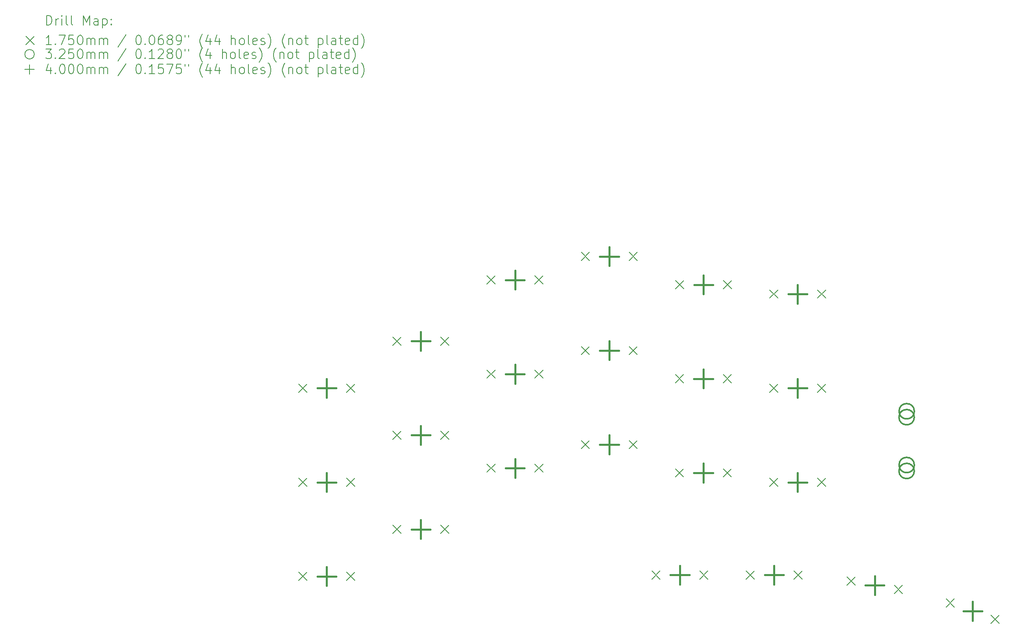
<source format=gbr>
%TF.GenerationSoftware,KiCad,Pcbnew,8.0.3*%
%TF.CreationDate,2024-07-09T08:00:13-07:00*%
%TF.ProjectId,Custom_KB_V1,43757374-6f6d-45f4-9b42-5f56312e6b69,rev?*%
%TF.SameCoordinates,Original*%
%TF.FileFunction,Drillmap*%
%TF.FilePolarity,Positive*%
%FSLAX45Y45*%
G04 Gerber Fmt 4.5, Leading zero omitted, Abs format (unit mm)*
G04 Created by KiCad (PCBNEW 8.0.3) date 2024-07-09 08:00:13*
%MOMM*%
%LPD*%
G01*
G04 APERTURE LIST*
%ADD10C,0.200000*%
%ADD11C,0.175000*%
%ADD12C,0.325000*%
%ADD13C,0.400000*%
G04 APERTURE END LIST*
D10*
D11*
X5612902Y-7944202D02*
X5787902Y-8119202D01*
X5787902Y-7944202D02*
X5612902Y-8119202D01*
X5612902Y-9944203D02*
X5787902Y-10119203D01*
X5787902Y-9944203D02*
X5612902Y-10119203D01*
X5612902Y-11944202D02*
X5787902Y-12119202D01*
X5787902Y-11944202D02*
X5612902Y-12119202D01*
X6628902Y-7944202D02*
X6803902Y-8119202D01*
X6803902Y-7944202D02*
X6628902Y-8119202D01*
X6628902Y-9944203D02*
X6803902Y-10119203D01*
X6803902Y-9944203D02*
X6628902Y-10119203D01*
X6628902Y-11944202D02*
X6803902Y-12119202D01*
X6803902Y-11944202D02*
X6628902Y-12119202D01*
X7612902Y-6944202D02*
X7787902Y-7119202D01*
X7787902Y-6944202D02*
X7612902Y-7119202D01*
X7612902Y-8944203D02*
X7787902Y-9119203D01*
X7787902Y-8944203D02*
X7612902Y-9119203D01*
X7612902Y-10944203D02*
X7787902Y-11119203D01*
X7787902Y-10944203D02*
X7612902Y-11119203D01*
X8628902Y-6944202D02*
X8803902Y-7119202D01*
X8803902Y-6944202D02*
X8628902Y-7119202D01*
X8628902Y-8944203D02*
X8803902Y-9119203D01*
X8803902Y-8944203D02*
X8628902Y-9119203D01*
X8628902Y-10944203D02*
X8803902Y-11119203D01*
X8803902Y-10944203D02*
X8628902Y-11119203D01*
X9612902Y-5644202D02*
X9787902Y-5819202D01*
X9787902Y-5644202D02*
X9612902Y-5819202D01*
X9612902Y-7644202D02*
X9787902Y-7819202D01*
X9787902Y-7644202D02*
X9612902Y-7819202D01*
X9612902Y-9644203D02*
X9787902Y-9819203D01*
X9787902Y-9644203D02*
X9612902Y-9819203D01*
X10628902Y-5644202D02*
X10803902Y-5819202D01*
X10803902Y-5644202D02*
X10628902Y-5819202D01*
X10628902Y-7644202D02*
X10803902Y-7819202D01*
X10803902Y-7644202D02*
X10628902Y-7819202D01*
X10628902Y-9644203D02*
X10803902Y-9819203D01*
X10803902Y-9644203D02*
X10628902Y-9819203D01*
X11612902Y-5144203D02*
X11787902Y-5319203D01*
X11787902Y-5144203D02*
X11612902Y-5319203D01*
X11612902Y-7144202D02*
X11787902Y-7319202D01*
X11787902Y-7144202D02*
X11612902Y-7319202D01*
X11612902Y-9144203D02*
X11787902Y-9319203D01*
X11787902Y-9144203D02*
X11612902Y-9319203D01*
X12628902Y-5144203D02*
X12803902Y-5319203D01*
X12803902Y-5144203D02*
X12628902Y-5319203D01*
X12628902Y-7144202D02*
X12803902Y-7319202D01*
X12803902Y-7144202D02*
X12628902Y-7319202D01*
X12628902Y-9144203D02*
X12803902Y-9319203D01*
X12803902Y-9144203D02*
X12628902Y-9319203D01*
X13112902Y-11916202D02*
X13287902Y-12091202D01*
X13287902Y-11916202D02*
X13112902Y-12091202D01*
X13611376Y-7743651D02*
X13786376Y-7918651D01*
X13786376Y-7743651D02*
X13611376Y-7918651D01*
X13612902Y-9744203D02*
X13787902Y-9919203D01*
X13787902Y-9744203D02*
X13612902Y-9919203D01*
X13614665Y-5744202D02*
X13789665Y-5919202D01*
X13789665Y-5744202D02*
X13614665Y-5919202D01*
X14128902Y-11916202D02*
X14303902Y-12091202D01*
X14303902Y-11916202D02*
X14128902Y-12091202D01*
X14627376Y-7743651D02*
X14802376Y-7918651D01*
X14802376Y-7743651D02*
X14627376Y-7918651D01*
X14628902Y-9744203D02*
X14803902Y-9919203D01*
X14803902Y-9744203D02*
X14628902Y-9919203D01*
X14630665Y-5744202D02*
X14805665Y-5919202D01*
X14805665Y-5744202D02*
X14630665Y-5919202D01*
X15112902Y-11916202D02*
X15287902Y-12091202D01*
X15287902Y-11916202D02*
X15112902Y-12091202D01*
X15612875Y-9945500D02*
X15787875Y-10120500D01*
X15787875Y-9945500D02*
X15612875Y-10120500D01*
X15612902Y-5944202D02*
X15787902Y-6119202D01*
X15787902Y-5944202D02*
X15612902Y-6119202D01*
X15612902Y-7944202D02*
X15787902Y-8119202D01*
X15787902Y-7944202D02*
X15612902Y-8119202D01*
X16128902Y-11916202D02*
X16303902Y-12091202D01*
X16303902Y-11916202D02*
X16128902Y-12091202D01*
X16628875Y-9945500D02*
X16803875Y-10120500D01*
X16803875Y-9945500D02*
X16628875Y-10120500D01*
X16628902Y-5944202D02*
X16803902Y-6119202D01*
X16803902Y-5944202D02*
X16628902Y-6119202D01*
X16628902Y-7944202D02*
X16803902Y-8119202D01*
X16803902Y-7944202D02*
X16628902Y-8119202D01*
X17259052Y-12045699D02*
X17434052Y-12220699D01*
X17434052Y-12045699D02*
X17259052Y-12220699D01*
X18259617Y-12222125D02*
X18434617Y-12397125D01*
X18434617Y-12222125D02*
X18259617Y-12397125D01*
X19360262Y-12508019D02*
X19535262Y-12683019D01*
X19535262Y-12508019D02*
X19360262Y-12683019D01*
X20314989Y-12855512D02*
X20489989Y-13030512D01*
X20489989Y-12855512D02*
X20314989Y-13030512D01*
D12*
X18684754Y-8648298D02*
G75*
G02*
X18359754Y-8648298I-162500J0D01*
G01*
X18359754Y-8648298D02*
G75*
G02*
X18684754Y-8648298I162500J0D01*
G01*
X18684754Y-9791298D02*
G75*
G02*
X18359754Y-9791298I-162500J0D01*
G01*
X18359754Y-9791298D02*
G75*
G02*
X18684754Y-9791298I162500J0D01*
G01*
X18686119Y-8521822D02*
G75*
G02*
X18361119Y-8521822I-162500J0D01*
G01*
X18361119Y-8521822D02*
G75*
G02*
X18686119Y-8521822I162500J0D01*
G01*
X18686119Y-9664822D02*
G75*
G02*
X18361119Y-9664822I-162500J0D01*
G01*
X18361119Y-9664822D02*
G75*
G02*
X18686119Y-9664822I162500J0D01*
G01*
D13*
X6208402Y-7831702D02*
X6208402Y-8231702D01*
X6008402Y-8031702D02*
X6408402Y-8031702D01*
X6208402Y-7831702D02*
X6208402Y-8231702D01*
X6008402Y-8031702D02*
X6408402Y-8031702D01*
X6208402Y-9831703D02*
X6208402Y-10231703D01*
X6008402Y-10031703D02*
X6408402Y-10031703D01*
X6208402Y-9831703D02*
X6208402Y-10231703D01*
X6008402Y-10031703D02*
X6408402Y-10031703D01*
X6208402Y-11831702D02*
X6208402Y-12231702D01*
X6008402Y-12031702D02*
X6408402Y-12031702D01*
X6208402Y-11831702D02*
X6208402Y-12231702D01*
X6008402Y-12031702D02*
X6408402Y-12031702D01*
X8208402Y-6831702D02*
X8208402Y-7231702D01*
X8008402Y-7031702D02*
X8408402Y-7031702D01*
X8208402Y-6831702D02*
X8208402Y-7231702D01*
X8008402Y-7031702D02*
X8408402Y-7031702D01*
X8208402Y-8831703D02*
X8208402Y-9231703D01*
X8008402Y-9031703D02*
X8408402Y-9031703D01*
X8208402Y-8831703D02*
X8208402Y-9231703D01*
X8008402Y-9031703D02*
X8408402Y-9031703D01*
X8208402Y-10831703D02*
X8208402Y-11231702D01*
X8008402Y-11031703D02*
X8408402Y-11031703D01*
X8208402Y-10831703D02*
X8208402Y-11231702D01*
X8008402Y-11031703D02*
X8408402Y-11031703D01*
X10208402Y-5531703D02*
X10208402Y-5931702D01*
X10008402Y-5731702D02*
X10408402Y-5731702D01*
X10208402Y-5531703D02*
X10208402Y-5931702D01*
X10008402Y-5731702D02*
X10408402Y-5731702D01*
X10208402Y-7531702D02*
X10208402Y-7931702D01*
X10008402Y-7731702D02*
X10408402Y-7731702D01*
X10208402Y-7531702D02*
X10208402Y-7931702D01*
X10008402Y-7731702D02*
X10408402Y-7731702D01*
X10208402Y-9531703D02*
X10208402Y-9931703D01*
X10008402Y-9731703D02*
X10408402Y-9731703D01*
X10208402Y-9531703D02*
X10208402Y-9931703D01*
X10008402Y-9731703D02*
X10408402Y-9731703D01*
X12208402Y-5031703D02*
X12208402Y-5431703D01*
X12008402Y-5231703D02*
X12408402Y-5231703D01*
X12208402Y-5031703D02*
X12208402Y-5431703D01*
X12008402Y-5231703D02*
X12408402Y-5231703D01*
X12208402Y-7031702D02*
X12208402Y-7431702D01*
X12008402Y-7231702D02*
X12408402Y-7231702D01*
X12208402Y-7031702D02*
X12208402Y-7431702D01*
X12008402Y-7231702D02*
X12408402Y-7231702D01*
X12208402Y-9031703D02*
X12208402Y-9431703D01*
X12008402Y-9231703D02*
X12408402Y-9231703D01*
X12208402Y-9031703D02*
X12208402Y-9431703D01*
X12008402Y-9231703D02*
X12408402Y-9231703D01*
X13708402Y-11803702D02*
X13708402Y-12203702D01*
X13508402Y-12003702D02*
X13908402Y-12003702D01*
X13708402Y-11803702D02*
X13708402Y-12203702D01*
X13508402Y-12003702D02*
X13908402Y-12003702D01*
X14206876Y-7631151D02*
X14206876Y-8031151D01*
X14006876Y-7831151D02*
X14406876Y-7831151D01*
X14206876Y-7631151D02*
X14206876Y-8031151D01*
X14006876Y-7831151D02*
X14406876Y-7831151D01*
X14208402Y-9631703D02*
X14208402Y-10031703D01*
X14008402Y-9831703D02*
X14408402Y-9831703D01*
X14208402Y-9631703D02*
X14208402Y-10031703D01*
X14008402Y-9831703D02*
X14408402Y-9831703D01*
X14210165Y-5631702D02*
X14210165Y-6031702D01*
X14010165Y-5831702D02*
X14410165Y-5831702D01*
X14210165Y-5631702D02*
X14210165Y-6031702D01*
X14010165Y-5831702D02*
X14410165Y-5831702D01*
X15708402Y-11803702D02*
X15708402Y-12203702D01*
X15508402Y-12003702D02*
X15908402Y-12003702D01*
X15708402Y-11803702D02*
X15708402Y-12203702D01*
X15508402Y-12003702D02*
X15908402Y-12003702D01*
X16208375Y-9833000D02*
X16208375Y-10233000D01*
X16008375Y-10033000D02*
X16408375Y-10033000D01*
X16208375Y-9833000D02*
X16208375Y-10233000D01*
X16008375Y-10033000D02*
X16408375Y-10033000D01*
X16208402Y-5831702D02*
X16208402Y-6231702D01*
X16008402Y-6031702D02*
X16408402Y-6031702D01*
X16208402Y-5831702D02*
X16208402Y-6231702D01*
X16008402Y-6031702D02*
X16408402Y-6031702D01*
X16208402Y-7831702D02*
X16208402Y-8231702D01*
X16008402Y-8031702D02*
X16408402Y-8031702D01*
X16208402Y-7831702D02*
X16208402Y-8231702D01*
X16008402Y-8031702D02*
X16408402Y-8031702D01*
X17846835Y-12021412D02*
X17846835Y-12421412D01*
X17646835Y-12221412D02*
X18046835Y-12221412D01*
X17846835Y-12021412D02*
X17846835Y-12421412D01*
X17646835Y-12221412D02*
X18046835Y-12221412D01*
X19925126Y-12569265D02*
X19925126Y-12969265D01*
X19725126Y-12769265D02*
X20125126Y-12769265D01*
X19925126Y-12569265D02*
X19925126Y-12969265D01*
X19725126Y-12769265D02*
X20125126Y-12769265D01*
D10*
X260777Y-311484D02*
X260777Y-111484D01*
X260777Y-111484D02*
X308396Y-111484D01*
X308396Y-111484D02*
X336967Y-121008D01*
X336967Y-121008D02*
X356015Y-140055D01*
X356015Y-140055D02*
X365539Y-159103D01*
X365539Y-159103D02*
X375062Y-197198D01*
X375062Y-197198D02*
X375062Y-225769D01*
X375062Y-225769D02*
X365539Y-263865D01*
X365539Y-263865D02*
X356015Y-282912D01*
X356015Y-282912D02*
X336967Y-301960D01*
X336967Y-301960D02*
X308396Y-311484D01*
X308396Y-311484D02*
X260777Y-311484D01*
X460777Y-311484D02*
X460777Y-178150D01*
X460777Y-216246D02*
X470301Y-197198D01*
X470301Y-197198D02*
X479824Y-187674D01*
X479824Y-187674D02*
X498872Y-178150D01*
X498872Y-178150D02*
X517920Y-178150D01*
X584586Y-311484D02*
X584586Y-178150D01*
X584586Y-111484D02*
X575063Y-121008D01*
X575063Y-121008D02*
X584586Y-130531D01*
X584586Y-130531D02*
X594110Y-121008D01*
X594110Y-121008D02*
X584586Y-111484D01*
X584586Y-111484D02*
X584586Y-130531D01*
X708396Y-311484D02*
X689348Y-301960D01*
X689348Y-301960D02*
X679824Y-282912D01*
X679824Y-282912D02*
X679824Y-111484D01*
X813158Y-311484D02*
X794110Y-301960D01*
X794110Y-301960D02*
X784586Y-282912D01*
X784586Y-282912D02*
X784586Y-111484D01*
X1041729Y-311484D02*
X1041729Y-111484D01*
X1041729Y-111484D02*
X1108396Y-254341D01*
X1108396Y-254341D02*
X1175063Y-111484D01*
X1175063Y-111484D02*
X1175063Y-311484D01*
X1356015Y-311484D02*
X1356015Y-206722D01*
X1356015Y-206722D02*
X1346491Y-187674D01*
X1346491Y-187674D02*
X1327444Y-178150D01*
X1327444Y-178150D02*
X1289348Y-178150D01*
X1289348Y-178150D02*
X1270301Y-187674D01*
X1356015Y-301960D02*
X1336967Y-311484D01*
X1336967Y-311484D02*
X1289348Y-311484D01*
X1289348Y-311484D02*
X1270301Y-301960D01*
X1270301Y-301960D02*
X1260777Y-282912D01*
X1260777Y-282912D02*
X1260777Y-263865D01*
X1260777Y-263865D02*
X1270301Y-244817D01*
X1270301Y-244817D02*
X1289348Y-235293D01*
X1289348Y-235293D02*
X1336967Y-235293D01*
X1336967Y-235293D02*
X1356015Y-225769D01*
X1451253Y-178150D02*
X1451253Y-378150D01*
X1451253Y-187674D02*
X1470301Y-178150D01*
X1470301Y-178150D02*
X1508396Y-178150D01*
X1508396Y-178150D02*
X1527443Y-187674D01*
X1527443Y-187674D02*
X1536967Y-197198D01*
X1536967Y-197198D02*
X1546491Y-216246D01*
X1546491Y-216246D02*
X1546491Y-273389D01*
X1546491Y-273389D02*
X1536967Y-292436D01*
X1536967Y-292436D02*
X1527443Y-301960D01*
X1527443Y-301960D02*
X1508396Y-311484D01*
X1508396Y-311484D02*
X1470301Y-311484D01*
X1470301Y-311484D02*
X1451253Y-301960D01*
X1632205Y-292436D02*
X1641729Y-301960D01*
X1641729Y-301960D02*
X1632205Y-311484D01*
X1632205Y-311484D02*
X1622682Y-301960D01*
X1622682Y-301960D02*
X1632205Y-292436D01*
X1632205Y-292436D02*
X1632205Y-311484D01*
X1632205Y-187674D02*
X1641729Y-197198D01*
X1641729Y-197198D02*
X1632205Y-206722D01*
X1632205Y-206722D02*
X1622682Y-197198D01*
X1622682Y-197198D02*
X1632205Y-187674D01*
X1632205Y-187674D02*
X1632205Y-206722D01*
D11*
X-175000Y-552500D02*
X0Y-727500D01*
X0Y-552500D02*
X-175000Y-727500D01*
D10*
X365539Y-731484D02*
X251253Y-731484D01*
X308396Y-731484D02*
X308396Y-531484D01*
X308396Y-531484D02*
X289348Y-560055D01*
X289348Y-560055D02*
X270301Y-579103D01*
X270301Y-579103D02*
X251253Y-588627D01*
X451253Y-712436D02*
X460777Y-721960D01*
X460777Y-721960D02*
X451253Y-731484D01*
X451253Y-731484D02*
X441729Y-721960D01*
X441729Y-721960D02*
X451253Y-712436D01*
X451253Y-712436D02*
X451253Y-731484D01*
X527444Y-531484D02*
X660777Y-531484D01*
X660777Y-531484D02*
X575063Y-731484D01*
X832205Y-531484D02*
X736967Y-531484D01*
X736967Y-531484D02*
X727443Y-626722D01*
X727443Y-626722D02*
X736967Y-617198D01*
X736967Y-617198D02*
X756015Y-607674D01*
X756015Y-607674D02*
X803634Y-607674D01*
X803634Y-607674D02*
X822682Y-617198D01*
X822682Y-617198D02*
X832205Y-626722D01*
X832205Y-626722D02*
X841729Y-645770D01*
X841729Y-645770D02*
X841729Y-693389D01*
X841729Y-693389D02*
X832205Y-712436D01*
X832205Y-712436D02*
X822682Y-721960D01*
X822682Y-721960D02*
X803634Y-731484D01*
X803634Y-731484D02*
X756015Y-731484D01*
X756015Y-731484D02*
X736967Y-721960D01*
X736967Y-721960D02*
X727443Y-712436D01*
X965539Y-531484D02*
X984586Y-531484D01*
X984586Y-531484D02*
X1003634Y-541008D01*
X1003634Y-541008D02*
X1013158Y-550531D01*
X1013158Y-550531D02*
X1022682Y-569579D01*
X1022682Y-569579D02*
X1032205Y-607674D01*
X1032205Y-607674D02*
X1032205Y-655293D01*
X1032205Y-655293D02*
X1022682Y-693389D01*
X1022682Y-693389D02*
X1013158Y-712436D01*
X1013158Y-712436D02*
X1003634Y-721960D01*
X1003634Y-721960D02*
X984586Y-731484D01*
X984586Y-731484D02*
X965539Y-731484D01*
X965539Y-731484D02*
X946491Y-721960D01*
X946491Y-721960D02*
X936967Y-712436D01*
X936967Y-712436D02*
X927443Y-693389D01*
X927443Y-693389D02*
X917920Y-655293D01*
X917920Y-655293D02*
X917920Y-607674D01*
X917920Y-607674D02*
X927443Y-569579D01*
X927443Y-569579D02*
X936967Y-550531D01*
X936967Y-550531D02*
X946491Y-541008D01*
X946491Y-541008D02*
X965539Y-531484D01*
X1117920Y-731484D02*
X1117920Y-598150D01*
X1117920Y-617198D02*
X1127444Y-607674D01*
X1127444Y-607674D02*
X1146491Y-598150D01*
X1146491Y-598150D02*
X1175063Y-598150D01*
X1175063Y-598150D02*
X1194110Y-607674D01*
X1194110Y-607674D02*
X1203634Y-626722D01*
X1203634Y-626722D02*
X1203634Y-731484D01*
X1203634Y-626722D02*
X1213158Y-607674D01*
X1213158Y-607674D02*
X1232205Y-598150D01*
X1232205Y-598150D02*
X1260777Y-598150D01*
X1260777Y-598150D02*
X1279825Y-607674D01*
X1279825Y-607674D02*
X1289348Y-626722D01*
X1289348Y-626722D02*
X1289348Y-731484D01*
X1384586Y-731484D02*
X1384586Y-598150D01*
X1384586Y-617198D02*
X1394110Y-607674D01*
X1394110Y-607674D02*
X1413158Y-598150D01*
X1413158Y-598150D02*
X1441729Y-598150D01*
X1441729Y-598150D02*
X1460777Y-607674D01*
X1460777Y-607674D02*
X1470301Y-626722D01*
X1470301Y-626722D02*
X1470301Y-731484D01*
X1470301Y-626722D02*
X1479824Y-607674D01*
X1479824Y-607674D02*
X1498872Y-598150D01*
X1498872Y-598150D02*
X1527443Y-598150D01*
X1527443Y-598150D02*
X1546491Y-607674D01*
X1546491Y-607674D02*
X1556015Y-626722D01*
X1556015Y-626722D02*
X1556015Y-731484D01*
X1946491Y-521960D02*
X1775063Y-779103D01*
X2203634Y-531484D02*
X2222682Y-531484D01*
X2222682Y-531484D02*
X2241729Y-541008D01*
X2241729Y-541008D02*
X2251253Y-550531D01*
X2251253Y-550531D02*
X2260777Y-569579D01*
X2260777Y-569579D02*
X2270301Y-607674D01*
X2270301Y-607674D02*
X2270301Y-655293D01*
X2270301Y-655293D02*
X2260777Y-693389D01*
X2260777Y-693389D02*
X2251253Y-712436D01*
X2251253Y-712436D02*
X2241729Y-721960D01*
X2241729Y-721960D02*
X2222682Y-731484D01*
X2222682Y-731484D02*
X2203634Y-731484D01*
X2203634Y-731484D02*
X2184587Y-721960D01*
X2184587Y-721960D02*
X2175063Y-712436D01*
X2175063Y-712436D02*
X2165539Y-693389D01*
X2165539Y-693389D02*
X2156015Y-655293D01*
X2156015Y-655293D02*
X2156015Y-607674D01*
X2156015Y-607674D02*
X2165539Y-569579D01*
X2165539Y-569579D02*
X2175063Y-550531D01*
X2175063Y-550531D02*
X2184587Y-541008D01*
X2184587Y-541008D02*
X2203634Y-531484D01*
X2356015Y-712436D02*
X2365539Y-721960D01*
X2365539Y-721960D02*
X2356015Y-731484D01*
X2356015Y-731484D02*
X2346491Y-721960D01*
X2346491Y-721960D02*
X2356015Y-712436D01*
X2356015Y-712436D02*
X2356015Y-731484D01*
X2489348Y-531484D02*
X2508396Y-531484D01*
X2508396Y-531484D02*
X2527444Y-541008D01*
X2527444Y-541008D02*
X2536968Y-550531D01*
X2536968Y-550531D02*
X2546491Y-569579D01*
X2546491Y-569579D02*
X2556015Y-607674D01*
X2556015Y-607674D02*
X2556015Y-655293D01*
X2556015Y-655293D02*
X2546491Y-693389D01*
X2546491Y-693389D02*
X2536968Y-712436D01*
X2536968Y-712436D02*
X2527444Y-721960D01*
X2527444Y-721960D02*
X2508396Y-731484D01*
X2508396Y-731484D02*
X2489348Y-731484D01*
X2489348Y-731484D02*
X2470301Y-721960D01*
X2470301Y-721960D02*
X2460777Y-712436D01*
X2460777Y-712436D02*
X2451253Y-693389D01*
X2451253Y-693389D02*
X2441729Y-655293D01*
X2441729Y-655293D02*
X2441729Y-607674D01*
X2441729Y-607674D02*
X2451253Y-569579D01*
X2451253Y-569579D02*
X2460777Y-550531D01*
X2460777Y-550531D02*
X2470301Y-541008D01*
X2470301Y-541008D02*
X2489348Y-531484D01*
X2727444Y-531484D02*
X2689348Y-531484D01*
X2689348Y-531484D02*
X2670301Y-541008D01*
X2670301Y-541008D02*
X2660777Y-550531D01*
X2660777Y-550531D02*
X2641729Y-579103D01*
X2641729Y-579103D02*
X2632206Y-617198D01*
X2632206Y-617198D02*
X2632206Y-693389D01*
X2632206Y-693389D02*
X2641729Y-712436D01*
X2641729Y-712436D02*
X2651253Y-721960D01*
X2651253Y-721960D02*
X2670301Y-731484D01*
X2670301Y-731484D02*
X2708396Y-731484D01*
X2708396Y-731484D02*
X2727444Y-721960D01*
X2727444Y-721960D02*
X2736968Y-712436D01*
X2736968Y-712436D02*
X2746491Y-693389D01*
X2746491Y-693389D02*
X2746491Y-645770D01*
X2746491Y-645770D02*
X2736968Y-626722D01*
X2736968Y-626722D02*
X2727444Y-617198D01*
X2727444Y-617198D02*
X2708396Y-607674D01*
X2708396Y-607674D02*
X2670301Y-607674D01*
X2670301Y-607674D02*
X2651253Y-617198D01*
X2651253Y-617198D02*
X2641729Y-626722D01*
X2641729Y-626722D02*
X2632206Y-645770D01*
X2860777Y-617198D02*
X2841729Y-607674D01*
X2841729Y-607674D02*
X2832206Y-598150D01*
X2832206Y-598150D02*
X2822682Y-579103D01*
X2822682Y-579103D02*
X2822682Y-569579D01*
X2822682Y-569579D02*
X2832206Y-550531D01*
X2832206Y-550531D02*
X2841729Y-541008D01*
X2841729Y-541008D02*
X2860777Y-531484D01*
X2860777Y-531484D02*
X2898872Y-531484D01*
X2898872Y-531484D02*
X2917920Y-541008D01*
X2917920Y-541008D02*
X2927444Y-550531D01*
X2927444Y-550531D02*
X2936967Y-569579D01*
X2936967Y-569579D02*
X2936967Y-579103D01*
X2936967Y-579103D02*
X2927444Y-598150D01*
X2927444Y-598150D02*
X2917920Y-607674D01*
X2917920Y-607674D02*
X2898872Y-617198D01*
X2898872Y-617198D02*
X2860777Y-617198D01*
X2860777Y-617198D02*
X2841729Y-626722D01*
X2841729Y-626722D02*
X2832206Y-636246D01*
X2832206Y-636246D02*
X2822682Y-655293D01*
X2822682Y-655293D02*
X2822682Y-693389D01*
X2822682Y-693389D02*
X2832206Y-712436D01*
X2832206Y-712436D02*
X2841729Y-721960D01*
X2841729Y-721960D02*
X2860777Y-731484D01*
X2860777Y-731484D02*
X2898872Y-731484D01*
X2898872Y-731484D02*
X2917920Y-721960D01*
X2917920Y-721960D02*
X2927444Y-712436D01*
X2927444Y-712436D02*
X2936967Y-693389D01*
X2936967Y-693389D02*
X2936967Y-655293D01*
X2936967Y-655293D02*
X2927444Y-636246D01*
X2927444Y-636246D02*
X2917920Y-626722D01*
X2917920Y-626722D02*
X2898872Y-617198D01*
X3032206Y-731484D02*
X3070301Y-731484D01*
X3070301Y-731484D02*
X3089348Y-721960D01*
X3089348Y-721960D02*
X3098872Y-712436D01*
X3098872Y-712436D02*
X3117920Y-683865D01*
X3117920Y-683865D02*
X3127444Y-645770D01*
X3127444Y-645770D02*
X3127444Y-569579D01*
X3127444Y-569579D02*
X3117920Y-550531D01*
X3117920Y-550531D02*
X3108396Y-541008D01*
X3108396Y-541008D02*
X3089348Y-531484D01*
X3089348Y-531484D02*
X3051253Y-531484D01*
X3051253Y-531484D02*
X3032206Y-541008D01*
X3032206Y-541008D02*
X3022682Y-550531D01*
X3022682Y-550531D02*
X3013158Y-569579D01*
X3013158Y-569579D02*
X3013158Y-617198D01*
X3013158Y-617198D02*
X3022682Y-636246D01*
X3022682Y-636246D02*
X3032206Y-645770D01*
X3032206Y-645770D02*
X3051253Y-655293D01*
X3051253Y-655293D02*
X3089348Y-655293D01*
X3089348Y-655293D02*
X3108396Y-645770D01*
X3108396Y-645770D02*
X3117920Y-636246D01*
X3117920Y-636246D02*
X3127444Y-617198D01*
X3203634Y-531484D02*
X3203634Y-569579D01*
X3279825Y-531484D02*
X3279825Y-569579D01*
X3575063Y-807674D02*
X3565539Y-798150D01*
X3565539Y-798150D02*
X3546491Y-769579D01*
X3546491Y-769579D02*
X3536968Y-750531D01*
X3536968Y-750531D02*
X3527444Y-721960D01*
X3527444Y-721960D02*
X3517920Y-674341D01*
X3517920Y-674341D02*
X3517920Y-636246D01*
X3517920Y-636246D02*
X3527444Y-588627D01*
X3527444Y-588627D02*
X3536968Y-560055D01*
X3536968Y-560055D02*
X3546491Y-541008D01*
X3546491Y-541008D02*
X3565539Y-512436D01*
X3565539Y-512436D02*
X3575063Y-502912D01*
X3736968Y-598150D02*
X3736968Y-731484D01*
X3689348Y-521960D02*
X3641729Y-664817D01*
X3641729Y-664817D02*
X3765539Y-664817D01*
X3927444Y-598150D02*
X3927444Y-731484D01*
X3879825Y-521960D02*
X3832206Y-664817D01*
X3832206Y-664817D02*
X3956015Y-664817D01*
X4184587Y-731484D02*
X4184587Y-531484D01*
X4270301Y-731484D02*
X4270301Y-626722D01*
X4270301Y-626722D02*
X4260777Y-607674D01*
X4260777Y-607674D02*
X4241730Y-598150D01*
X4241730Y-598150D02*
X4213158Y-598150D01*
X4213158Y-598150D02*
X4194110Y-607674D01*
X4194110Y-607674D02*
X4184587Y-617198D01*
X4394111Y-731484D02*
X4375063Y-721960D01*
X4375063Y-721960D02*
X4365539Y-712436D01*
X4365539Y-712436D02*
X4356015Y-693389D01*
X4356015Y-693389D02*
X4356015Y-636246D01*
X4356015Y-636246D02*
X4365539Y-617198D01*
X4365539Y-617198D02*
X4375063Y-607674D01*
X4375063Y-607674D02*
X4394111Y-598150D01*
X4394111Y-598150D02*
X4422682Y-598150D01*
X4422682Y-598150D02*
X4441730Y-607674D01*
X4441730Y-607674D02*
X4451253Y-617198D01*
X4451253Y-617198D02*
X4460777Y-636246D01*
X4460777Y-636246D02*
X4460777Y-693389D01*
X4460777Y-693389D02*
X4451253Y-712436D01*
X4451253Y-712436D02*
X4441730Y-721960D01*
X4441730Y-721960D02*
X4422682Y-731484D01*
X4422682Y-731484D02*
X4394111Y-731484D01*
X4575063Y-731484D02*
X4556015Y-721960D01*
X4556015Y-721960D02*
X4546492Y-702912D01*
X4546492Y-702912D02*
X4546492Y-531484D01*
X4727444Y-721960D02*
X4708396Y-731484D01*
X4708396Y-731484D02*
X4670301Y-731484D01*
X4670301Y-731484D02*
X4651253Y-721960D01*
X4651253Y-721960D02*
X4641730Y-702912D01*
X4641730Y-702912D02*
X4641730Y-626722D01*
X4641730Y-626722D02*
X4651253Y-607674D01*
X4651253Y-607674D02*
X4670301Y-598150D01*
X4670301Y-598150D02*
X4708396Y-598150D01*
X4708396Y-598150D02*
X4727444Y-607674D01*
X4727444Y-607674D02*
X4736968Y-626722D01*
X4736968Y-626722D02*
X4736968Y-645770D01*
X4736968Y-645770D02*
X4641730Y-664817D01*
X4813158Y-721960D02*
X4832206Y-731484D01*
X4832206Y-731484D02*
X4870301Y-731484D01*
X4870301Y-731484D02*
X4889349Y-721960D01*
X4889349Y-721960D02*
X4898873Y-702912D01*
X4898873Y-702912D02*
X4898873Y-693389D01*
X4898873Y-693389D02*
X4889349Y-674341D01*
X4889349Y-674341D02*
X4870301Y-664817D01*
X4870301Y-664817D02*
X4841730Y-664817D01*
X4841730Y-664817D02*
X4822682Y-655293D01*
X4822682Y-655293D02*
X4813158Y-636246D01*
X4813158Y-636246D02*
X4813158Y-626722D01*
X4813158Y-626722D02*
X4822682Y-607674D01*
X4822682Y-607674D02*
X4841730Y-598150D01*
X4841730Y-598150D02*
X4870301Y-598150D01*
X4870301Y-598150D02*
X4889349Y-607674D01*
X4965539Y-807674D02*
X4975063Y-798150D01*
X4975063Y-798150D02*
X4994111Y-769579D01*
X4994111Y-769579D02*
X5003634Y-750531D01*
X5003634Y-750531D02*
X5013158Y-721960D01*
X5013158Y-721960D02*
X5022682Y-674341D01*
X5022682Y-674341D02*
X5022682Y-636246D01*
X5022682Y-636246D02*
X5013158Y-588627D01*
X5013158Y-588627D02*
X5003634Y-560055D01*
X5003634Y-560055D02*
X4994111Y-541008D01*
X4994111Y-541008D02*
X4975063Y-512436D01*
X4975063Y-512436D02*
X4965539Y-502912D01*
X5327444Y-807674D02*
X5317920Y-798150D01*
X5317920Y-798150D02*
X5298873Y-769579D01*
X5298873Y-769579D02*
X5289349Y-750531D01*
X5289349Y-750531D02*
X5279825Y-721960D01*
X5279825Y-721960D02*
X5270301Y-674341D01*
X5270301Y-674341D02*
X5270301Y-636246D01*
X5270301Y-636246D02*
X5279825Y-588627D01*
X5279825Y-588627D02*
X5289349Y-560055D01*
X5289349Y-560055D02*
X5298873Y-541008D01*
X5298873Y-541008D02*
X5317920Y-512436D01*
X5317920Y-512436D02*
X5327444Y-502912D01*
X5403634Y-598150D02*
X5403634Y-731484D01*
X5403634Y-617198D02*
X5413158Y-607674D01*
X5413158Y-607674D02*
X5432206Y-598150D01*
X5432206Y-598150D02*
X5460777Y-598150D01*
X5460777Y-598150D02*
X5479825Y-607674D01*
X5479825Y-607674D02*
X5489349Y-626722D01*
X5489349Y-626722D02*
X5489349Y-731484D01*
X5613158Y-731484D02*
X5594111Y-721960D01*
X5594111Y-721960D02*
X5584587Y-712436D01*
X5584587Y-712436D02*
X5575063Y-693389D01*
X5575063Y-693389D02*
X5575063Y-636246D01*
X5575063Y-636246D02*
X5584587Y-617198D01*
X5584587Y-617198D02*
X5594111Y-607674D01*
X5594111Y-607674D02*
X5613158Y-598150D01*
X5613158Y-598150D02*
X5641730Y-598150D01*
X5641730Y-598150D02*
X5660777Y-607674D01*
X5660777Y-607674D02*
X5670301Y-617198D01*
X5670301Y-617198D02*
X5679825Y-636246D01*
X5679825Y-636246D02*
X5679825Y-693389D01*
X5679825Y-693389D02*
X5670301Y-712436D01*
X5670301Y-712436D02*
X5660777Y-721960D01*
X5660777Y-721960D02*
X5641730Y-731484D01*
X5641730Y-731484D02*
X5613158Y-731484D01*
X5736968Y-598150D02*
X5813158Y-598150D01*
X5765539Y-531484D02*
X5765539Y-702912D01*
X5765539Y-702912D02*
X5775063Y-721960D01*
X5775063Y-721960D02*
X5794111Y-731484D01*
X5794111Y-731484D02*
X5813158Y-731484D01*
X6032206Y-598150D02*
X6032206Y-798150D01*
X6032206Y-607674D02*
X6051253Y-598150D01*
X6051253Y-598150D02*
X6089349Y-598150D01*
X6089349Y-598150D02*
X6108396Y-607674D01*
X6108396Y-607674D02*
X6117920Y-617198D01*
X6117920Y-617198D02*
X6127444Y-636246D01*
X6127444Y-636246D02*
X6127444Y-693389D01*
X6127444Y-693389D02*
X6117920Y-712436D01*
X6117920Y-712436D02*
X6108396Y-721960D01*
X6108396Y-721960D02*
X6089349Y-731484D01*
X6089349Y-731484D02*
X6051253Y-731484D01*
X6051253Y-731484D02*
X6032206Y-721960D01*
X6241730Y-731484D02*
X6222682Y-721960D01*
X6222682Y-721960D02*
X6213158Y-702912D01*
X6213158Y-702912D02*
X6213158Y-531484D01*
X6403634Y-731484D02*
X6403634Y-626722D01*
X6403634Y-626722D02*
X6394111Y-607674D01*
X6394111Y-607674D02*
X6375063Y-598150D01*
X6375063Y-598150D02*
X6336968Y-598150D01*
X6336968Y-598150D02*
X6317920Y-607674D01*
X6403634Y-721960D02*
X6384587Y-731484D01*
X6384587Y-731484D02*
X6336968Y-731484D01*
X6336968Y-731484D02*
X6317920Y-721960D01*
X6317920Y-721960D02*
X6308396Y-702912D01*
X6308396Y-702912D02*
X6308396Y-683865D01*
X6308396Y-683865D02*
X6317920Y-664817D01*
X6317920Y-664817D02*
X6336968Y-655293D01*
X6336968Y-655293D02*
X6384587Y-655293D01*
X6384587Y-655293D02*
X6403634Y-645770D01*
X6470301Y-598150D02*
X6546492Y-598150D01*
X6498873Y-531484D02*
X6498873Y-702912D01*
X6498873Y-702912D02*
X6508396Y-721960D01*
X6508396Y-721960D02*
X6527444Y-731484D01*
X6527444Y-731484D02*
X6546492Y-731484D01*
X6689349Y-721960D02*
X6670301Y-731484D01*
X6670301Y-731484D02*
X6632206Y-731484D01*
X6632206Y-731484D02*
X6613158Y-721960D01*
X6613158Y-721960D02*
X6603634Y-702912D01*
X6603634Y-702912D02*
X6603634Y-626722D01*
X6603634Y-626722D02*
X6613158Y-607674D01*
X6613158Y-607674D02*
X6632206Y-598150D01*
X6632206Y-598150D02*
X6670301Y-598150D01*
X6670301Y-598150D02*
X6689349Y-607674D01*
X6689349Y-607674D02*
X6698873Y-626722D01*
X6698873Y-626722D02*
X6698873Y-645770D01*
X6698873Y-645770D02*
X6603634Y-664817D01*
X6870301Y-731484D02*
X6870301Y-531484D01*
X6870301Y-721960D02*
X6851254Y-731484D01*
X6851254Y-731484D02*
X6813158Y-731484D01*
X6813158Y-731484D02*
X6794111Y-721960D01*
X6794111Y-721960D02*
X6784587Y-712436D01*
X6784587Y-712436D02*
X6775063Y-693389D01*
X6775063Y-693389D02*
X6775063Y-636246D01*
X6775063Y-636246D02*
X6784587Y-617198D01*
X6784587Y-617198D02*
X6794111Y-607674D01*
X6794111Y-607674D02*
X6813158Y-598150D01*
X6813158Y-598150D02*
X6851254Y-598150D01*
X6851254Y-598150D02*
X6870301Y-607674D01*
X6946492Y-807674D02*
X6956015Y-798150D01*
X6956015Y-798150D02*
X6975063Y-769579D01*
X6975063Y-769579D02*
X6984587Y-750531D01*
X6984587Y-750531D02*
X6994111Y-721960D01*
X6994111Y-721960D02*
X7003634Y-674341D01*
X7003634Y-674341D02*
X7003634Y-636246D01*
X7003634Y-636246D02*
X6994111Y-588627D01*
X6994111Y-588627D02*
X6984587Y-560055D01*
X6984587Y-560055D02*
X6975063Y-541008D01*
X6975063Y-541008D02*
X6956015Y-512436D01*
X6956015Y-512436D02*
X6946492Y-502912D01*
X0Y-935000D02*
G75*
G02*
X-200000Y-935000I-100000J0D01*
G01*
X-200000Y-935000D02*
G75*
G02*
X0Y-935000I100000J0D01*
G01*
X241729Y-826484D02*
X365539Y-826484D01*
X365539Y-826484D02*
X298872Y-902674D01*
X298872Y-902674D02*
X327444Y-902674D01*
X327444Y-902674D02*
X346491Y-912198D01*
X346491Y-912198D02*
X356015Y-921722D01*
X356015Y-921722D02*
X365539Y-940769D01*
X365539Y-940769D02*
X365539Y-988388D01*
X365539Y-988388D02*
X356015Y-1007436D01*
X356015Y-1007436D02*
X346491Y-1016960D01*
X346491Y-1016960D02*
X327444Y-1026484D01*
X327444Y-1026484D02*
X270301Y-1026484D01*
X270301Y-1026484D02*
X251253Y-1016960D01*
X251253Y-1016960D02*
X241729Y-1007436D01*
X451253Y-1007436D02*
X460777Y-1016960D01*
X460777Y-1016960D02*
X451253Y-1026484D01*
X451253Y-1026484D02*
X441729Y-1016960D01*
X441729Y-1016960D02*
X451253Y-1007436D01*
X451253Y-1007436D02*
X451253Y-1026484D01*
X536967Y-845531D02*
X546491Y-836008D01*
X546491Y-836008D02*
X565539Y-826484D01*
X565539Y-826484D02*
X613158Y-826484D01*
X613158Y-826484D02*
X632205Y-836008D01*
X632205Y-836008D02*
X641729Y-845531D01*
X641729Y-845531D02*
X651253Y-864579D01*
X651253Y-864579D02*
X651253Y-883627D01*
X651253Y-883627D02*
X641729Y-912198D01*
X641729Y-912198D02*
X527444Y-1026484D01*
X527444Y-1026484D02*
X651253Y-1026484D01*
X832205Y-826484D02*
X736967Y-826484D01*
X736967Y-826484D02*
X727443Y-921722D01*
X727443Y-921722D02*
X736967Y-912198D01*
X736967Y-912198D02*
X756015Y-902674D01*
X756015Y-902674D02*
X803634Y-902674D01*
X803634Y-902674D02*
X822682Y-912198D01*
X822682Y-912198D02*
X832205Y-921722D01*
X832205Y-921722D02*
X841729Y-940769D01*
X841729Y-940769D02*
X841729Y-988388D01*
X841729Y-988388D02*
X832205Y-1007436D01*
X832205Y-1007436D02*
X822682Y-1016960D01*
X822682Y-1016960D02*
X803634Y-1026484D01*
X803634Y-1026484D02*
X756015Y-1026484D01*
X756015Y-1026484D02*
X736967Y-1016960D01*
X736967Y-1016960D02*
X727443Y-1007436D01*
X965539Y-826484D02*
X984586Y-826484D01*
X984586Y-826484D02*
X1003634Y-836008D01*
X1003634Y-836008D02*
X1013158Y-845531D01*
X1013158Y-845531D02*
X1022682Y-864579D01*
X1022682Y-864579D02*
X1032205Y-902674D01*
X1032205Y-902674D02*
X1032205Y-950293D01*
X1032205Y-950293D02*
X1022682Y-988388D01*
X1022682Y-988388D02*
X1013158Y-1007436D01*
X1013158Y-1007436D02*
X1003634Y-1016960D01*
X1003634Y-1016960D02*
X984586Y-1026484D01*
X984586Y-1026484D02*
X965539Y-1026484D01*
X965539Y-1026484D02*
X946491Y-1016960D01*
X946491Y-1016960D02*
X936967Y-1007436D01*
X936967Y-1007436D02*
X927443Y-988388D01*
X927443Y-988388D02*
X917920Y-950293D01*
X917920Y-950293D02*
X917920Y-902674D01*
X917920Y-902674D02*
X927443Y-864579D01*
X927443Y-864579D02*
X936967Y-845531D01*
X936967Y-845531D02*
X946491Y-836008D01*
X946491Y-836008D02*
X965539Y-826484D01*
X1117920Y-1026484D02*
X1117920Y-893150D01*
X1117920Y-912198D02*
X1127444Y-902674D01*
X1127444Y-902674D02*
X1146491Y-893150D01*
X1146491Y-893150D02*
X1175063Y-893150D01*
X1175063Y-893150D02*
X1194110Y-902674D01*
X1194110Y-902674D02*
X1203634Y-921722D01*
X1203634Y-921722D02*
X1203634Y-1026484D01*
X1203634Y-921722D02*
X1213158Y-902674D01*
X1213158Y-902674D02*
X1232205Y-893150D01*
X1232205Y-893150D02*
X1260777Y-893150D01*
X1260777Y-893150D02*
X1279825Y-902674D01*
X1279825Y-902674D02*
X1289348Y-921722D01*
X1289348Y-921722D02*
X1289348Y-1026484D01*
X1384586Y-1026484D02*
X1384586Y-893150D01*
X1384586Y-912198D02*
X1394110Y-902674D01*
X1394110Y-902674D02*
X1413158Y-893150D01*
X1413158Y-893150D02*
X1441729Y-893150D01*
X1441729Y-893150D02*
X1460777Y-902674D01*
X1460777Y-902674D02*
X1470301Y-921722D01*
X1470301Y-921722D02*
X1470301Y-1026484D01*
X1470301Y-921722D02*
X1479824Y-902674D01*
X1479824Y-902674D02*
X1498872Y-893150D01*
X1498872Y-893150D02*
X1527443Y-893150D01*
X1527443Y-893150D02*
X1546491Y-902674D01*
X1546491Y-902674D02*
X1556015Y-921722D01*
X1556015Y-921722D02*
X1556015Y-1026484D01*
X1946491Y-816960D02*
X1775063Y-1074103D01*
X2203634Y-826484D02*
X2222682Y-826484D01*
X2222682Y-826484D02*
X2241729Y-836008D01*
X2241729Y-836008D02*
X2251253Y-845531D01*
X2251253Y-845531D02*
X2260777Y-864579D01*
X2260777Y-864579D02*
X2270301Y-902674D01*
X2270301Y-902674D02*
X2270301Y-950293D01*
X2270301Y-950293D02*
X2260777Y-988388D01*
X2260777Y-988388D02*
X2251253Y-1007436D01*
X2251253Y-1007436D02*
X2241729Y-1016960D01*
X2241729Y-1016960D02*
X2222682Y-1026484D01*
X2222682Y-1026484D02*
X2203634Y-1026484D01*
X2203634Y-1026484D02*
X2184587Y-1016960D01*
X2184587Y-1016960D02*
X2175063Y-1007436D01*
X2175063Y-1007436D02*
X2165539Y-988388D01*
X2165539Y-988388D02*
X2156015Y-950293D01*
X2156015Y-950293D02*
X2156015Y-902674D01*
X2156015Y-902674D02*
X2165539Y-864579D01*
X2165539Y-864579D02*
X2175063Y-845531D01*
X2175063Y-845531D02*
X2184587Y-836008D01*
X2184587Y-836008D02*
X2203634Y-826484D01*
X2356015Y-1007436D02*
X2365539Y-1016960D01*
X2365539Y-1016960D02*
X2356015Y-1026484D01*
X2356015Y-1026484D02*
X2346491Y-1016960D01*
X2346491Y-1016960D02*
X2356015Y-1007436D01*
X2356015Y-1007436D02*
X2356015Y-1026484D01*
X2556015Y-1026484D02*
X2441729Y-1026484D01*
X2498872Y-1026484D02*
X2498872Y-826484D01*
X2498872Y-826484D02*
X2479825Y-855055D01*
X2479825Y-855055D02*
X2460777Y-874103D01*
X2460777Y-874103D02*
X2441729Y-883627D01*
X2632206Y-845531D02*
X2641729Y-836008D01*
X2641729Y-836008D02*
X2660777Y-826484D01*
X2660777Y-826484D02*
X2708396Y-826484D01*
X2708396Y-826484D02*
X2727444Y-836008D01*
X2727444Y-836008D02*
X2736968Y-845531D01*
X2736968Y-845531D02*
X2746491Y-864579D01*
X2746491Y-864579D02*
X2746491Y-883627D01*
X2746491Y-883627D02*
X2736968Y-912198D01*
X2736968Y-912198D02*
X2622682Y-1026484D01*
X2622682Y-1026484D02*
X2746491Y-1026484D01*
X2860777Y-912198D02*
X2841729Y-902674D01*
X2841729Y-902674D02*
X2832206Y-893150D01*
X2832206Y-893150D02*
X2822682Y-874103D01*
X2822682Y-874103D02*
X2822682Y-864579D01*
X2822682Y-864579D02*
X2832206Y-845531D01*
X2832206Y-845531D02*
X2841729Y-836008D01*
X2841729Y-836008D02*
X2860777Y-826484D01*
X2860777Y-826484D02*
X2898872Y-826484D01*
X2898872Y-826484D02*
X2917920Y-836008D01*
X2917920Y-836008D02*
X2927444Y-845531D01*
X2927444Y-845531D02*
X2936967Y-864579D01*
X2936967Y-864579D02*
X2936967Y-874103D01*
X2936967Y-874103D02*
X2927444Y-893150D01*
X2927444Y-893150D02*
X2917920Y-902674D01*
X2917920Y-902674D02*
X2898872Y-912198D01*
X2898872Y-912198D02*
X2860777Y-912198D01*
X2860777Y-912198D02*
X2841729Y-921722D01*
X2841729Y-921722D02*
X2832206Y-931246D01*
X2832206Y-931246D02*
X2822682Y-950293D01*
X2822682Y-950293D02*
X2822682Y-988388D01*
X2822682Y-988388D02*
X2832206Y-1007436D01*
X2832206Y-1007436D02*
X2841729Y-1016960D01*
X2841729Y-1016960D02*
X2860777Y-1026484D01*
X2860777Y-1026484D02*
X2898872Y-1026484D01*
X2898872Y-1026484D02*
X2917920Y-1016960D01*
X2917920Y-1016960D02*
X2927444Y-1007436D01*
X2927444Y-1007436D02*
X2936967Y-988388D01*
X2936967Y-988388D02*
X2936967Y-950293D01*
X2936967Y-950293D02*
X2927444Y-931246D01*
X2927444Y-931246D02*
X2917920Y-921722D01*
X2917920Y-921722D02*
X2898872Y-912198D01*
X3060777Y-826484D02*
X3079825Y-826484D01*
X3079825Y-826484D02*
X3098872Y-836008D01*
X3098872Y-836008D02*
X3108396Y-845531D01*
X3108396Y-845531D02*
X3117920Y-864579D01*
X3117920Y-864579D02*
X3127444Y-902674D01*
X3127444Y-902674D02*
X3127444Y-950293D01*
X3127444Y-950293D02*
X3117920Y-988388D01*
X3117920Y-988388D02*
X3108396Y-1007436D01*
X3108396Y-1007436D02*
X3098872Y-1016960D01*
X3098872Y-1016960D02*
X3079825Y-1026484D01*
X3079825Y-1026484D02*
X3060777Y-1026484D01*
X3060777Y-1026484D02*
X3041729Y-1016960D01*
X3041729Y-1016960D02*
X3032206Y-1007436D01*
X3032206Y-1007436D02*
X3022682Y-988388D01*
X3022682Y-988388D02*
X3013158Y-950293D01*
X3013158Y-950293D02*
X3013158Y-902674D01*
X3013158Y-902674D02*
X3022682Y-864579D01*
X3022682Y-864579D02*
X3032206Y-845531D01*
X3032206Y-845531D02*
X3041729Y-836008D01*
X3041729Y-836008D02*
X3060777Y-826484D01*
X3203634Y-826484D02*
X3203634Y-864579D01*
X3279825Y-826484D02*
X3279825Y-864579D01*
X3575063Y-1102674D02*
X3565539Y-1093150D01*
X3565539Y-1093150D02*
X3546491Y-1064579D01*
X3546491Y-1064579D02*
X3536968Y-1045531D01*
X3536968Y-1045531D02*
X3527444Y-1016960D01*
X3527444Y-1016960D02*
X3517920Y-969341D01*
X3517920Y-969341D02*
X3517920Y-931246D01*
X3517920Y-931246D02*
X3527444Y-883627D01*
X3527444Y-883627D02*
X3536968Y-855055D01*
X3536968Y-855055D02*
X3546491Y-836008D01*
X3546491Y-836008D02*
X3565539Y-807436D01*
X3565539Y-807436D02*
X3575063Y-797912D01*
X3736968Y-893150D02*
X3736968Y-1026484D01*
X3689348Y-816960D02*
X3641729Y-959817D01*
X3641729Y-959817D02*
X3765539Y-959817D01*
X3994110Y-1026484D02*
X3994110Y-826484D01*
X4079825Y-1026484D02*
X4079825Y-921722D01*
X4079825Y-921722D02*
X4070301Y-902674D01*
X4070301Y-902674D02*
X4051253Y-893150D01*
X4051253Y-893150D02*
X4022682Y-893150D01*
X4022682Y-893150D02*
X4003634Y-902674D01*
X4003634Y-902674D02*
X3994110Y-912198D01*
X4203634Y-1026484D02*
X4184587Y-1016960D01*
X4184587Y-1016960D02*
X4175063Y-1007436D01*
X4175063Y-1007436D02*
X4165539Y-988388D01*
X4165539Y-988388D02*
X4165539Y-931246D01*
X4165539Y-931246D02*
X4175063Y-912198D01*
X4175063Y-912198D02*
X4184587Y-902674D01*
X4184587Y-902674D02*
X4203634Y-893150D01*
X4203634Y-893150D02*
X4232206Y-893150D01*
X4232206Y-893150D02*
X4251253Y-902674D01*
X4251253Y-902674D02*
X4260777Y-912198D01*
X4260777Y-912198D02*
X4270301Y-931246D01*
X4270301Y-931246D02*
X4270301Y-988388D01*
X4270301Y-988388D02*
X4260777Y-1007436D01*
X4260777Y-1007436D02*
X4251253Y-1016960D01*
X4251253Y-1016960D02*
X4232206Y-1026484D01*
X4232206Y-1026484D02*
X4203634Y-1026484D01*
X4384587Y-1026484D02*
X4365539Y-1016960D01*
X4365539Y-1016960D02*
X4356015Y-997912D01*
X4356015Y-997912D02*
X4356015Y-826484D01*
X4536968Y-1016960D02*
X4517920Y-1026484D01*
X4517920Y-1026484D02*
X4479825Y-1026484D01*
X4479825Y-1026484D02*
X4460777Y-1016960D01*
X4460777Y-1016960D02*
X4451253Y-997912D01*
X4451253Y-997912D02*
X4451253Y-921722D01*
X4451253Y-921722D02*
X4460777Y-902674D01*
X4460777Y-902674D02*
X4479825Y-893150D01*
X4479825Y-893150D02*
X4517920Y-893150D01*
X4517920Y-893150D02*
X4536968Y-902674D01*
X4536968Y-902674D02*
X4546492Y-921722D01*
X4546492Y-921722D02*
X4546492Y-940769D01*
X4546492Y-940769D02*
X4451253Y-959817D01*
X4622682Y-1016960D02*
X4641730Y-1026484D01*
X4641730Y-1026484D02*
X4679825Y-1026484D01*
X4679825Y-1026484D02*
X4698873Y-1016960D01*
X4698873Y-1016960D02*
X4708396Y-997912D01*
X4708396Y-997912D02*
X4708396Y-988388D01*
X4708396Y-988388D02*
X4698873Y-969341D01*
X4698873Y-969341D02*
X4679825Y-959817D01*
X4679825Y-959817D02*
X4651253Y-959817D01*
X4651253Y-959817D02*
X4632206Y-950293D01*
X4632206Y-950293D02*
X4622682Y-931246D01*
X4622682Y-931246D02*
X4622682Y-921722D01*
X4622682Y-921722D02*
X4632206Y-902674D01*
X4632206Y-902674D02*
X4651253Y-893150D01*
X4651253Y-893150D02*
X4679825Y-893150D01*
X4679825Y-893150D02*
X4698873Y-902674D01*
X4775063Y-1102674D02*
X4784587Y-1093150D01*
X4784587Y-1093150D02*
X4803634Y-1064579D01*
X4803634Y-1064579D02*
X4813158Y-1045531D01*
X4813158Y-1045531D02*
X4822682Y-1016960D01*
X4822682Y-1016960D02*
X4832206Y-969341D01*
X4832206Y-969341D02*
X4832206Y-931246D01*
X4832206Y-931246D02*
X4822682Y-883627D01*
X4822682Y-883627D02*
X4813158Y-855055D01*
X4813158Y-855055D02*
X4803634Y-836008D01*
X4803634Y-836008D02*
X4784587Y-807436D01*
X4784587Y-807436D02*
X4775063Y-797912D01*
X5136968Y-1102674D02*
X5127444Y-1093150D01*
X5127444Y-1093150D02*
X5108396Y-1064579D01*
X5108396Y-1064579D02*
X5098873Y-1045531D01*
X5098873Y-1045531D02*
X5089349Y-1016960D01*
X5089349Y-1016960D02*
X5079825Y-969341D01*
X5079825Y-969341D02*
X5079825Y-931246D01*
X5079825Y-931246D02*
X5089349Y-883627D01*
X5089349Y-883627D02*
X5098873Y-855055D01*
X5098873Y-855055D02*
X5108396Y-836008D01*
X5108396Y-836008D02*
X5127444Y-807436D01*
X5127444Y-807436D02*
X5136968Y-797912D01*
X5213158Y-893150D02*
X5213158Y-1026484D01*
X5213158Y-912198D02*
X5222682Y-902674D01*
X5222682Y-902674D02*
X5241730Y-893150D01*
X5241730Y-893150D02*
X5270301Y-893150D01*
X5270301Y-893150D02*
X5289349Y-902674D01*
X5289349Y-902674D02*
X5298873Y-921722D01*
X5298873Y-921722D02*
X5298873Y-1026484D01*
X5422682Y-1026484D02*
X5403634Y-1016960D01*
X5403634Y-1016960D02*
X5394111Y-1007436D01*
X5394111Y-1007436D02*
X5384587Y-988388D01*
X5384587Y-988388D02*
X5384587Y-931246D01*
X5384587Y-931246D02*
X5394111Y-912198D01*
X5394111Y-912198D02*
X5403634Y-902674D01*
X5403634Y-902674D02*
X5422682Y-893150D01*
X5422682Y-893150D02*
X5451254Y-893150D01*
X5451254Y-893150D02*
X5470301Y-902674D01*
X5470301Y-902674D02*
X5479825Y-912198D01*
X5479825Y-912198D02*
X5489349Y-931246D01*
X5489349Y-931246D02*
X5489349Y-988388D01*
X5489349Y-988388D02*
X5479825Y-1007436D01*
X5479825Y-1007436D02*
X5470301Y-1016960D01*
X5470301Y-1016960D02*
X5451254Y-1026484D01*
X5451254Y-1026484D02*
X5422682Y-1026484D01*
X5546492Y-893150D02*
X5622682Y-893150D01*
X5575063Y-826484D02*
X5575063Y-997912D01*
X5575063Y-997912D02*
X5584587Y-1016960D01*
X5584587Y-1016960D02*
X5603634Y-1026484D01*
X5603634Y-1026484D02*
X5622682Y-1026484D01*
X5841730Y-893150D02*
X5841730Y-1093150D01*
X5841730Y-902674D02*
X5860777Y-893150D01*
X5860777Y-893150D02*
X5898873Y-893150D01*
X5898873Y-893150D02*
X5917920Y-902674D01*
X5917920Y-902674D02*
X5927444Y-912198D01*
X5927444Y-912198D02*
X5936968Y-931246D01*
X5936968Y-931246D02*
X5936968Y-988388D01*
X5936968Y-988388D02*
X5927444Y-1007436D01*
X5927444Y-1007436D02*
X5917920Y-1016960D01*
X5917920Y-1016960D02*
X5898873Y-1026484D01*
X5898873Y-1026484D02*
X5860777Y-1026484D01*
X5860777Y-1026484D02*
X5841730Y-1016960D01*
X6051253Y-1026484D02*
X6032206Y-1016960D01*
X6032206Y-1016960D02*
X6022682Y-997912D01*
X6022682Y-997912D02*
X6022682Y-826484D01*
X6213158Y-1026484D02*
X6213158Y-921722D01*
X6213158Y-921722D02*
X6203634Y-902674D01*
X6203634Y-902674D02*
X6184587Y-893150D01*
X6184587Y-893150D02*
X6146492Y-893150D01*
X6146492Y-893150D02*
X6127444Y-902674D01*
X6213158Y-1016960D02*
X6194111Y-1026484D01*
X6194111Y-1026484D02*
X6146492Y-1026484D01*
X6146492Y-1026484D02*
X6127444Y-1016960D01*
X6127444Y-1016960D02*
X6117920Y-997912D01*
X6117920Y-997912D02*
X6117920Y-978865D01*
X6117920Y-978865D02*
X6127444Y-959817D01*
X6127444Y-959817D02*
X6146492Y-950293D01*
X6146492Y-950293D02*
X6194111Y-950293D01*
X6194111Y-950293D02*
X6213158Y-940769D01*
X6279825Y-893150D02*
X6356015Y-893150D01*
X6308396Y-826484D02*
X6308396Y-997912D01*
X6308396Y-997912D02*
X6317920Y-1016960D01*
X6317920Y-1016960D02*
X6336968Y-1026484D01*
X6336968Y-1026484D02*
X6356015Y-1026484D01*
X6498873Y-1016960D02*
X6479825Y-1026484D01*
X6479825Y-1026484D02*
X6441730Y-1026484D01*
X6441730Y-1026484D02*
X6422682Y-1016960D01*
X6422682Y-1016960D02*
X6413158Y-997912D01*
X6413158Y-997912D02*
X6413158Y-921722D01*
X6413158Y-921722D02*
X6422682Y-902674D01*
X6422682Y-902674D02*
X6441730Y-893150D01*
X6441730Y-893150D02*
X6479825Y-893150D01*
X6479825Y-893150D02*
X6498873Y-902674D01*
X6498873Y-902674D02*
X6508396Y-921722D01*
X6508396Y-921722D02*
X6508396Y-940769D01*
X6508396Y-940769D02*
X6413158Y-959817D01*
X6679825Y-1026484D02*
X6679825Y-826484D01*
X6679825Y-1016960D02*
X6660777Y-1026484D01*
X6660777Y-1026484D02*
X6622682Y-1026484D01*
X6622682Y-1026484D02*
X6603634Y-1016960D01*
X6603634Y-1016960D02*
X6594111Y-1007436D01*
X6594111Y-1007436D02*
X6584587Y-988388D01*
X6584587Y-988388D02*
X6584587Y-931246D01*
X6584587Y-931246D02*
X6594111Y-912198D01*
X6594111Y-912198D02*
X6603634Y-902674D01*
X6603634Y-902674D02*
X6622682Y-893150D01*
X6622682Y-893150D02*
X6660777Y-893150D01*
X6660777Y-893150D02*
X6679825Y-902674D01*
X6756015Y-1102674D02*
X6765539Y-1093150D01*
X6765539Y-1093150D02*
X6784587Y-1064579D01*
X6784587Y-1064579D02*
X6794111Y-1045531D01*
X6794111Y-1045531D02*
X6803634Y-1016960D01*
X6803634Y-1016960D02*
X6813158Y-969341D01*
X6813158Y-969341D02*
X6813158Y-931246D01*
X6813158Y-931246D02*
X6803634Y-883627D01*
X6803634Y-883627D02*
X6794111Y-855055D01*
X6794111Y-855055D02*
X6784587Y-836008D01*
X6784587Y-836008D02*
X6765539Y-807436D01*
X6765539Y-807436D02*
X6756015Y-797912D01*
X-100000Y-1155000D02*
X-100000Y-1355000D01*
X-200000Y-1255000D02*
X0Y-1255000D01*
X346491Y-1213150D02*
X346491Y-1346484D01*
X298872Y-1136960D02*
X251253Y-1279817D01*
X251253Y-1279817D02*
X375062Y-1279817D01*
X451253Y-1327436D02*
X460777Y-1336960D01*
X460777Y-1336960D02*
X451253Y-1346484D01*
X451253Y-1346484D02*
X441729Y-1336960D01*
X441729Y-1336960D02*
X451253Y-1327436D01*
X451253Y-1327436D02*
X451253Y-1346484D01*
X584586Y-1146484D02*
X603634Y-1146484D01*
X603634Y-1146484D02*
X622682Y-1156008D01*
X622682Y-1156008D02*
X632205Y-1165531D01*
X632205Y-1165531D02*
X641729Y-1184579D01*
X641729Y-1184579D02*
X651253Y-1222674D01*
X651253Y-1222674D02*
X651253Y-1270293D01*
X651253Y-1270293D02*
X641729Y-1308389D01*
X641729Y-1308389D02*
X632205Y-1327436D01*
X632205Y-1327436D02*
X622682Y-1336960D01*
X622682Y-1336960D02*
X603634Y-1346484D01*
X603634Y-1346484D02*
X584586Y-1346484D01*
X584586Y-1346484D02*
X565539Y-1336960D01*
X565539Y-1336960D02*
X556015Y-1327436D01*
X556015Y-1327436D02*
X546491Y-1308389D01*
X546491Y-1308389D02*
X536967Y-1270293D01*
X536967Y-1270293D02*
X536967Y-1222674D01*
X536967Y-1222674D02*
X546491Y-1184579D01*
X546491Y-1184579D02*
X556015Y-1165531D01*
X556015Y-1165531D02*
X565539Y-1156008D01*
X565539Y-1156008D02*
X584586Y-1146484D01*
X775062Y-1146484D02*
X794110Y-1146484D01*
X794110Y-1146484D02*
X813158Y-1156008D01*
X813158Y-1156008D02*
X822682Y-1165531D01*
X822682Y-1165531D02*
X832205Y-1184579D01*
X832205Y-1184579D02*
X841729Y-1222674D01*
X841729Y-1222674D02*
X841729Y-1270293D01*
X841729Y-1270293D02*
X832205Y-1308389D01*
X832205Y-1308389D02*
X822682Y-1327436D01*
X822682Y-1327436D02*
X813158Y-1336960D01*
X813158Y-1336960D02*
X794110Y-1346484D01*
X794110Y-1346484D02*
X775062Y-1346484D01*
X775062Y-1346484D02*
X756015Y-1336960D01*
X756015Y-1336960D02*
X746491Y-1327436D01*
X746491Y-1327436D02*
X736967Y-1308389D01*
X736967Y-1308389D02*
X727443Y-1270293D01*
X727443Y-1270293D02*
X727443Y-1222674D01*
X727443Y-1222674D02*
X736967Y-1184579D01*
X736967Y-1184579D02*
X746491Y-1165531D01*
X746491Y-1165531D02*
X756015Y-1156008D01*
X756015Y-1156008D02*
X775062Y-1146484D01*
X965539Y-1146484D02*
X984586Y-1146484D01*
X984586Y-1146484D02*
X1003634Y-1156008D01*
X1003634Y-1156008D02*
X1013158Y-1165531D01*
X1013158Y-1165531D02*
X1022682Y-1184579D01*
X1022682Y-1184579D02*
X1032205Y-1222674D01*
X1032205Y-1222674D02*
X1032205Y-1270293D01*
X1032205Y-1270293D02*
X1022682Y-1308389D01*
X1022682Y-1308389D02*
X1013158Y-1327436D01*
X1013158Y-1327436D02*
X1003634Y-1336960D01*
X1003634Y-1336960D02*
X984586Y-1346484D01*
X984586Y-1346484D02*
X965539Y-1346484D01*
X965539Y-1346484D02*
X946491Y-1336960D01*
X946491Y-1336960D02*
X936967Y-1327436D01*
X936967Y-1327436D02*
X927443Y-1308389D01*
X927443Y-1308389D02*
X917920Y-1270293D01*
X917920Y-1270293D02*
X917920Y-1222674D01*
X917920Y-1222674D02*
X927443Y-1184579D01*
X927443Y-1184579D02*
X936967Y-1165531D01*
X936967Y-1165531D02*
X946491Y-1156008D01*
X946491Y-1156008D02*
X965539Y-1146484D01*
X1117920Y-1346484D02*
X1117920Y-1213150D01*
X1117920Y-1232198D02*
X1127444Y-1222674D01*
X1127444Y-1222674D02*
X1146491Y-1213150D01*
X1146491Y-1213150D02*
X1175063Y-1213150D01*
X1175063Y-1213150D02*
X1194110Y-1222674D01*
X1194110Y-1222674D02*
X1203634Y-1241722D01*
X1203634Y-1241722D02*
X1203634Y-1346484D01*
X1203634Y-1241722D02*
X1213158Y-1222674D01*
X1213158Y-1222674D02*
X1232205Y-1213150D01*
X1232205Y-1213150D02*
X1260777Y-1213150D01*
X1260777Y-1213150D02*
X1279825Y-1222674D01*
X1279825Y-1222674D02*
X1289348Y-1241722D01*
X1289348Y-1241722D02*
X1289348Y-1346484D01*
X1384586Y-1346484D02*
X1384586Y-1213150D01*
X1384586Y-1232198D02*
X1394110Y-1222674D01*
X1394110Y-1222674D02*
X1413158Y-1213150D01*
X1413158Y-1213150D02*
X1441729Y-1213150D01*
X1441729Y-1213150D02*
X1460777Y-1222674D01*
X1460777Y-1222674D02*
X1470301Y-1241722D01*
X1470301Y-1241722D02*
X1470301Y-1346484D01*
X1470301Y-1241722D02*
X1479824Y-1222674D01*
X1479824Y-1222674D02*
X1498872Y-1213150D01*
X1498872Y-1213150D02*
X1527443Y-1213150D01*
X1527443Y-1213150D02*
X1546491Y-1222674D01*
X1546491Y-1222674D02*
X1556015Y-1241722D01*
X1556015Y-1241722D02*
X1556015Y-1346484D01*
X1946491Y-1136960D02*
X1775063Y-1394103D01*
X2203634Y-1146484D02*
X2222682Y-1146484D01*
X2222682Y-1146484D02*
X2241729Y-1156008D01*
X2241729Y-1156008D02*
X2251253Y-1165531D01*
X2251253Y-1165531D02*
X2260777Y-1184579D01*
X2260777Y-1184579D02*
X2270301Y-1222674D01*
X2270301Y-1222674D02*
X2270301Y-1270293D01*
X2270301Y-1270293D02*
X2260777Y-1308389D01*
X2260777Y-1308389D02*
X2251253Y-1327436D01*
X2251253Y-1327436D02*
X2241729Y-1336960D01*
X2241729Y-1336960D02*
X2222682Y-1346484D01*
X2222682Y-1346484D02*
X2203634Y-1346484D01*
X2203634Y-1346484D02*
X2184587Y-1336960D01*
X2184587Y-1336960D02*
X2175063Y-1327436D01*
X2175063Y-1327436D02*
X2165539Y-1308389D01*
X2165539Y-1308389D02*
X2156015Y-1270293D01*
X2156015Y-1270293D02*
X2156015Y-1222674D01*
X2156015Y-1222674D02*
X2165539Y-1184579D01*
X2165539Y-1184579D02*
X2175063Y-1165531D01*
X2175063Y-1165531D02*
X2184587Y-1156008D01*
X2184587Y-1156008D02*
X2203634Y-1146484D01*
X2356015Y-1327436D02*
X2365539Y-1336960D01*
X2365539Y-1336960D02*
X2356015Y-1346484D01*
X2356015Y-1346484D02*
X2346491Y-1336960D01*
X2346491Y-1336960D02*
X2356015Y-1327436D01*
X2356015Y-1327436D02*
X2356015Y-1346484D01*
X2556015Y-1346484D02*
X2441729Y-1346484D01*
X2498872Y-1346484D02*
X2498872Y-1146484D01*
X2498872Y-1146484D02*
X2479825Y-1175055D01*
X2479825Y-1175055D02*
X2460777Y-1194103D01*
X2460777Y-1194103D02*
X2441729Y-1203627D01*
X2736968Y-1146484D02*
X2641729Y-1146484D01*
X2641729Y-1146484D02*
X2632206Y-1241722D01*
X2632206Y-1241722D02*
X2641729Y-1232198D01*
X2641729Y-1232198D02*
X2660777Y-1222674D01*
X2660777Y-1222674D02*
X2708396Y-1222674D01*
X2708396Y-1222674D02*
X2727444Y-1232198D01*
X2727444Y-1232198D02*
X2736968Y-1241722D01*
X2736968Y-1241722D02*
X2746491Y-1260770D01*
X2746491Y-1260770D02*
X2746491Y-1308389D01*
X2746491Y-1308389D02*
X2736968Y-1327436D01*
X2736968Y-1327436D02*
X2727444Y-1336960D01*
X2727444Y-1336960D02*
X2708396Y-1346484D01*
X2708396Y-1346484D02*
X2660777Y-1346484D01*
X2660777Y-1346484D02*
X2641729Y-1336960D01*
X2641729Y-1336960D02*
X2632206Y-1327436D01*
X2813158Y-1146484D02*
X2946491Y-1146484D01*
X2946491Y-1146484D02*
X2860777Y-1346484D01*
X3117920Y-1146484D02*
X3022682Y-1146484D01*
X3022682Y-1146484D02*
X3013158Y-1241722D01*
X3013158Y-1241722D02*
X3022682Y-1232198D01*
X3022682Y-1232198D02*
X3041729Y-1222674D01*
X3041729Y-1222674D02*
X3089348Y-1222674D01*
X3089348Y-1222674D02*
X3108396Y-1232198D01*
X3108396Y-1232198D02*
X3117920Y-1241722D01*
X3117920Y-1241722D02*
X3127444Y-1260770D01*
X3127444Y-1260770D02*
X3127444Y-1308389D01*
X3127444Y-1308389D02*
X3117920Y-1327436D01*
X3117920Y-1327436D02*
X3108396Y-1336960D01*
X3108396Y-1336960D02*
X3089348Y-1346484D01*
X3089348Y-1346484D02*
X3041729Y-1346484D01*
X3041729Y-1346484D02*
X3022682Y-1336960D01*
X3022682Y-1336960D02*
X3013158Y-1327436D01*
X3203634Y-1146484D02*
X3203634Y-1184579D01*
X3279825Y-1146484D02*
X3279825Y-1184579D01*
X3575063Y-1422674D02*
X3565539Y-1413150D01*
X3565539Y-1413150D02*
X3546491Y-1384579D01*
X3546491Y-1384579D02*
X3536968Y-1365531D01*
X3536968Y-1365531D02*
X3527444Y-1336960D01*
X3527444Y-1336960D02*
X3517920Y-1289341D01*
X3517920Y-1289341D02*
X3517920Y-1251246D01*
X3517920Y-1251246D02*
X3527444Y-1203627D01*
X3527444Y-1203627D02*
X3536968Y-1175055D01*
X3536968Y-1175055D02*
X3546491Y-1156008D01*
X3546491Y-1156008D02*
X3565539Y-1127436D01*
X3565539Y-1127436D02*
X3575063Y-1117912D01*
X3736968Y-1213150D02*
X3736968Y-1346484D01*
X3689348Y-1136960D02*
X3641729Y-1279817D01*
X3641729Y-1279817D02*
X3765539Y-1279817D01*
X3927444Y-1213150D02*
X3927444Y-1346484D01*
X3879825Y-1136960D02*
X3832206Y-1279817D01*
X3832206Y-1279817D02*
X3956015Y-1279817D01*
X4184587Y-1346484D02*
X4184587Y-1146484D01*
X4270301Y-1346484D02*
X4270301Y-1241722D01*
X4270301Y-1241722D02*
X4260777Y-1222674D01*
X4260777Y-1222674D02*
X4241730Y-1213150D01*
X4241730Y-1213150D02*
X4213158Y-1213150D01*
X4213158Y-1213150D02*
X4194110Y-1222674D01*
X4194110Y-1222674D02*
X4184587Y-1232198D01*
X4394111Y-1346484D02*
X4375063Y-1336960D01*
X4375063Y-1336960D02*
X4365539Y-1327436D01*
X4365539Y-1327436D02*
X4356015Y-1308389D01*
X4356015Y-1308389D02*
X4356015Y-1251246D01*
X4356015Y-1251246D02*
X4365539Y-1232198D01*
X4365539Y-1232198D02*
X4375063Y-1222674D01*
X4375063Y-1222674D02*
X4394111Y-1213150D01*
X4394111Y-1213150D02*
X4422682Y-1213150D01*
X4422682Y-1213150D02*
X4441730Y-1222674D01*
X4441730Y-1222674D02*
X4451253Y-1232198D01*
X4451253Y-1232198D02*
X4460777Y-1251246D01*
X4460777Y-1251246D02*
X4460777Y-1308389D01*
X4460777Y-1308389D02*
X4451253Y-1327436D01*
X4451253Y-1327436D02*
X4441730Y-1336960D01*
X4441730Y-1336960D02*
X4422682Y-1346484D01*
X4422682Y-1346484D02*
X4394111Y-1346484D01*
X4575063Y-1346484D02*
X4556015Y-1336960D01*
X4556015Y-1336960D02*
X4546492Y-1317912D01*
X4546492Y-1317912D02*
X4546492Y-1146484D01*
X4727444Y-1336960D02*
X4708396Y-1346484D01*
X4708396Y-1346484D02*
X4670301Y-1346484D01*
X4670301Y-1346484D02*
X4651253Y-1336960D01*
X4651253Y-1336960D02*
X4641730Y-1317912D01*
X4641730Y-1317912D02*
X4641730Y-1241722D01*
X4641730Y-1241722D02*
X4651253Y-1222674D01*
X4651253Y-1222674D02*
X4670301Y-1213150D01*
X4670301Y-1213150D02*
X4708396Y-1213150D01*
X4708396Y-1213150D02*
X4727444Y-1222674D01*
X4727444Y-1222674D02*
X4736968Y-1241722D01*
X4736968Y-1241722D02*
X4736968Y-1260770D01*
X4736968Y-1260770D02*
X4641730Y-1279817D01*
X4813158Y-1336960D02*
X4832206Y-1346484D01*
X4832206Y-1346484D02*
X4870301Y-1346484D01*
X4870301Y-1346484D02*
X4889349Y-1336960D01*
X4889349Y-1336960D02*
X4898873Y-1317912D01*
X4898873Y-1317912D02*
X4898873Y-1308389D01*
X4898873Y-1308389D02*
X4889349Y-1289341D01*
X4889349Y-1289341D02*
X4870301Y-1279817D01*
X4870301Y-1279817D02*
X4841730Y-1279817D01*
X4841730Y-1279817D02*
X4822682Y-1270293D01*
X4822682Y-1270293D02*
X4813158Y-1251246D01*
X4813158Y-1251246D02*
X4813158Y-1241722D01*
X4813158Y-1241722D02*
X4822682Y-1222674D01*
X4822682Y-1222674D02*
X4841730Y-1213150D01*
X4841730Y-1213150D02*
X4870301Y-1213150D01*
X4870301Y-1213150D02*
X4889349Y-1222674D01*
X4965539Y-1422674D02*
X4975063Y-1413150D01*
X4975063Y-1413150D02*
X4994111Y-1384579D01*
X4994111Y-1384579D02*
X5003634Y-1365531D01*
X5003634Y-1365531D02*
X5013158Y-1336960D01*
X5013158Y-1336960D02*
X5022682Y-1289341D01*
X5022682Y-1289341D02*
X5022682Y-1251246D01*
X5022682Y-1251246D02*
X5013158Y-1203627D01*
X5013158Y-1203627D02*
X5003634Y-1175055D01*
X5003634Y-1175055D02*
X4994111Y-1156008D01*
X4994111Y-1156008D02*
X4975063Y-1127436D01*
X4975063Y-1127436D02*
X4965539Y-1117912D01*
X5327444Y-1422674D02*
X5317920Y-1413150D01*
X5317920Y-1413150D02*
X5298873Y-1384579D01*
X5298873Y-1384579D02*
X5289349Y-1365531D01*
X5289349Y-1365531D02*
X5279825Y-1336960D01*
X5279825Y-1336960D02*
X5270301Y-1289341D01*
X5270301Y-1289341D02*
X5270301Y-1251246D01*
X5270301Y-1251246D02*
X5279825Y-1203627D01*
X5279825Y-1203627D02*
X5289349Y-1175055D01*
X5289349Y-1175055D02*
X5298873Y-1156008D01*
X5298873Y-1156008D02*
X5317920Y-1127436D01*
X5317920Y-1127436D02*
X5327444Y-1117912D01*
X5403634Y-1213150D02*
X5403634Y-1346484D01*
X5403634Y-1232198D02*
X5413158Y-1222674D01*
X5413158Y-1222674D02*
X5432206Y-1213150D01*
X5432206Y-1213150D02*
X5460777Y-1213150D01*
X5460777Y-1213150D02*
X5479825Y-1222674D01*
X5479825Y-1222674D02*
X5489349Y-1241722D01*
X5489349Y-1241722D02*
X5489349Y-1346484D01*
X5613158Y-1346484D02*
X5594111Y-1336960D01*
X5594111Y-1336960D02*
X5584587Y-1327436D01*
X5584587Y-1327436D02*
X5575063Y-1308389D01*
X5575063Y-1308389D02*
X5575063Y-1251246D01*
X5575063Y-1251246D02*
X5584587Y-1232198D01*
X5584587Y-1232198D02*
X5594111Y-1222674D01*
X5594111Y-1222674D02*
X5613158Y-1213150D01*
X5613158Y-1213150D02*
X5641730Y-1213150D01*
X5641730Y-1213150D02*
X5660777Y-1222674D01*
X5660777Y-1222674D02*
X5670301Y-1232198D01*
X5670301Y-1232198D02*
X5679825Y-1251246D01*
X5679825Y-1251246D02*
X5679825Y-1308389D01*
X5679825Y-1308389D02*
X5670301Y-1327436D01*
X5670301Y-1327436D02*
X5660777Y-1336960D01*
X5660777Y-1336960D02*
X5641730Y-1346484D01*
X5641730Y-1346484D02*
X5613158Y-1346484D01*
X5736968Y-1213150D02*
X5813158Y-1213150D01*
X5765539Y-1146484D02*
X5765539Y-1317912D01*
X5765539Y-1317912D02*
X5775063Y-1336960D01*
X5775063Y-1336960D02*
X5794111Y-1346484D01*
X5794111Y-1346484D02*
X5813158Y-1346484D01*
X6032206Y-1213150D02*
X6032206Y-1413150D01*
X6032206Y-1222674D02*
X6051253Y-1213150D01*
X6051253Y-1213150D02*
X6089349Y-1213150D01*
X6089349Y-1213150D02*
X6108396Y-1222674D01*
X6108396Y-1222674D02*
X6117920Y-1232198D01*
X6117920Y-1232198D02*
X6127444Y-1251246D01*
X6127444Y-1251246D02*
X6127444Y-1308389D01*
X6127444Y-1308389D02*
X6117920Y-1327436D01*
X6117920Y-1327436D02*
X6108396Y-1336960D01*
X6108396Y-1336960D02*
X6089349Y-1346484D01*
X6089349Y-1346484D02*
X6051253Y-1346484D01*
X6051253Y-1346484D02*
X6032206Y-1336960D01*
X6241730Y-1346484D02*
X6222682Y-1336960D01*
X6222682Y-1336960D02*
X6213158Y-1317912D01*
X6213158Y-1317912D02*
X6213158Y-1146484D01*
X6403634Y-1346484D02*
X6403634Y-1241722D01*
X6403634Y-1241722D02*
X6394111Y-1222674D01*
X6394111Y-1222674D02*
X6375063Y-1213150D01*
X6375063Y-1213150D02*
X6336968Y-1213150D01*
X6336968Y-1213150D02*
X6317920Y-1222674D01*
X6403634Y-1336960D02*
X6384587Y-1346484D01*
X6384587Y-1346484D02*
X6336968Y-1346484D01*
X6336968Y-1346484D02*
X6317920Y-1336960D01*
X6317920Y-1336960D02*
X6308396Y-1317912D01*
X6308396Y-1317912D02*
X6308396Y-1298865D01*
X6308396Y-1298865D02*
X6317920Y-1279817D01*
X6317920Y-1279817D02*
X6336968Y-1270293D01*
X6336968Y-1270293D02*
X6384587Y-1270293D01*
X6384587Y-1270293D02*
X6403634Y-1260770D01*
X6470301Y-1213150D02*
X6546492Y-1213150D01*
X6498873Y-1146484D02*
X6498873Y-1317912D01*
X6498873Y-1317912D02*
X6508396Y-1336960D01*
X6508396Y-1336960D02*
X6527444Y-1346484D01*
X6527444Y-1346484D02*
X6546492Y-1346484D01*
X6689349Y-1336960D02*
X6670301Y-1346484D01*
X6670301Y-1346484D02*
X6632206Y-1346484D01*
X6632206Y-1346484D02*
X6613158Y-1336960D01*
X6613158Y-1336960D02*
X6603634Y-1317912D01*
X6603634Y-1317912D02*
X6603634Y-1241722D01*
X6603634Y-1241722D02*
X6613158Y-1222674D01*
X6613158Y-1222674D02*
X6632206Y-1213150D01*
X6632206Y-1213150D02*
X6670301Y-1213150D01*
X6670301Y-1213150D02*
X6689349Y-1222674D01*
X6689349Y-1222674D02*
X6698873Y-1241722D01*
X6698873Y-1241722D02*
X6698873Y-1260770D01*
X6698873Y-1260770D02*
X6603634Y-1279817D01*
X6870301Y-1346484D02*
X6870301Y-1146484D01*
X6870301Y-1336960D02*
X6851254Y-1346484D01*
X6851254Y-1346484D02*
X6813158Y-1346484D01*
X6813158Y-1346484D02*
X6794111Y-1336960D01*
X6794111Y-1336960D02*
X6784587Y-1327436D01*
X6784587Y-1327436D02*
X6775063Y-1308389D01*
X6775063Y-1308389D02*
X6775063Y-1251246D01*
X6775063Y-1251246D02*
X6784587Y-1232198D01*
X6784587Y-1232198D02*
X6794111Y-1222674D01*
X6794111Y-1222674D02*
X6813158Y-1213150D01*
X6813158Y-1213150D02*
X6851254Y-1213150D01*
X6851254Y-1213150D02*
X6870301Y-1222674D01*
X6946492Y-1422674D02*
X6956015Y-1413150D01*
X6956015Y-1413150D02*
X6975063Y-1384579D01*
X6975063Y-1384579D02*
X6984587Y-1365531D01*
X6984587Y-1365531D02*
X6994111Y-1336960D01*
X6994111Y-1336960D02*
X7003634Y-1289341D01*
X7003634Y-1289341D02*
X7003634Y-1251246D01*
X7003634Y-1251246D02*
X6994111Y-1203627D01*
X6994111Y-1203627D02*
X6984587Y-1175055D01*
X6984587Y-1175055D02*
X6975063Y-1156008D01*
X6975063Y-1156008D02*
X6956015Y-1127436D01*
X6956015Y-1127436D02*
X6946492Y-1117912D01*
M02*

</source>
